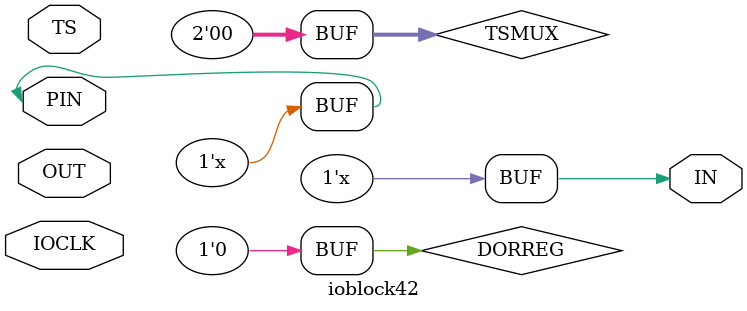
<source format=v>
module ioblock42(
	       inout  PIN,
	       input  TS,
	       input  OUT,
	       output IN,
	       input IOCLK
	       );
   
   reg 		     D;
   reg [2-1:0] 	     TSMUX;
   reg 		     DORREG;

   assign PIN = ( TSMUX == 2'b00 ) ? 1'bz : (( TSMUX == 2'b01 && TS == 1'b1 ) ? OUT : (( TSMUX == 2'b01 && TS == 1'b0 ) ? 1'bz : OUT));
   assign IN  = ( DORREG == 1'b0 ) ? PIN  : D;
   
   initial
     begin
	D=1'b0;
	TSMUX=2'b00;
	DORREG=1'b0;
     end
   
   always @(posedge IOCLK) D=PIN;
   
endmodule       

</source>
